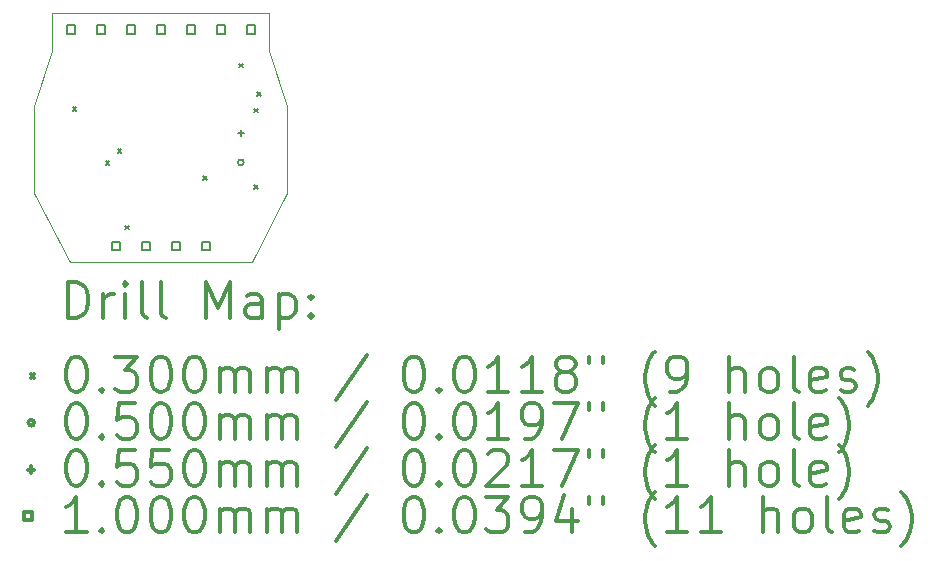
<source format=gbr>
%FSLAX45Y45*%
G04 Gerber Fmt 4.5, Leading zero omitted, Abs format (unit mm)*
G04 Created by KiCad (PCBNEW (5.1.10)-1) date 2021-07-25 13:55:40*
%MOMM*%
%LPD*%
G01*
G04 APERTURE LIST*
%TA.AperFunction,Profile*%
%ADD10C,0.050000*%
%TD*%
%ADD11C,0.200000*%
%ADD12C,0.300000*%
G04 APERTURE END LIST*
D10*
X17010000Y-10850000D02*
X17010000Y-11580000D01*
X17160000Y-10380000D02*
X17010000Y-10850000D01*
X19150000Y-10850000D02*
X19150000Y-11580000D01*
X19000000Y-10380000D02*
X19150000Y-10850000D01*
X17160000Y-10060000D02*
X17160000Y-10380000D01*
X19000000Y-10060000D02*
X19000000Y-10380000D01*
X17310000Y-12170000D02*
X18850000Y-12170000D01*
X17010000Y-11580000D02*
X17310000Y-12170000D01*
X19150000Y-11580000D02*
X18850000Y-12170000D01*
X17160000Y-10060000D02*
X19000000Y-10060000D01*
D11*
X17333200Y-10856200D02*
X17363200Y-10886200D01*
X17363200Y-10856200D02*
X17333200Y-10886200D01*
X17612600Y-11313400D02*
X17642600Y-11343400D01*
X17642600Y-11313400D02*
X17612600Y-11343400D01*
X17714200Y-11211800D02*
X17744200Y-11241800D01*
X17744200Y-11211800D02*
X17714200Y-11241800D01*
X17777700Y-11859500D02*
X17807700Y-11889500D01*
X17807700Y-11859500D02*
X17777700Y-11889500D01*
X18438100Y-11440400D02*
X18468100Y-11470400D01*
X18468100Y-11440400D02*
X18438100Y-11470400D01*
X18742900Y-10487900D02*
X18772900Y-10517900D01*
X18772900Y-10487900D02*
X18742900Y-10517900D01*
X18869900Y-10868900D02*
X18899900Y-10898900D01*
X18899900Y-10868900D02*
X18869900Y-10898900D01*
X18869900Y-11516600D02*
X18899900Y-11546600D01*
X18899900Y-11516600D02*
X18869900Y-11546600D01*
X18895300Y-10729200D02*
X18925300Y-10759200D01*
X18925300Y-10729200D02*
X18895300Y-10759200D01*
X18782900Y-11324400D02*
G75*
G03*
X18782900Y-11324400I-25000J0D01*
G01*
X18757900Y-11046900D02*
X18757900Y-11101900D01*
X18730400Y-11074400D02*
X18785400Y-11074400D01*
X17353356Y-10233456D02*
X17353356Y-10162744D01*
X17282644Y-10162744D01*
X17282644Y-10233456D01*
X17353356Y-10233456D01*
X17607356Y-10233456D02*
X17607356Y-10162744D01*
X17536644Y-10162744D01*
X17536644Y-10233456D01*
X17607356Y-10233456D01*
X17734356Y-12065356D02*
X17734356Y-11994644D01*
X17663644Y-11994644D01*
X17663644Y-12065356D01*
X17734356Y-12065356D01*
X17861356Y-10233456D02*
X17861356Y-10162744D01*
X17790644Y-10162744D01*
X17790644Y-10233456D01*
X17861356Y-10233456D01*
X17988356Y-12065356D02*
X17988356Y-11994644D01*
X17917644Y-11994644D01*
X17917644Y-12065356D01*
X17988356Y-12065356D01*
X18115356Y-10233456D02*
X18115356Y-10162744D01*
X18044644Y-10162744D01*
X18044644Y-10233456D01*
X18115356Y-10233456D01*
X18242356Y-12065356D02*
X18242356Y-11994644D01*
X18171644Y-11994644D01*
X18171644Y-12065356D01*
X18242356Y-12065356D01*
X18369356Y-10233456D02*
X18369356Y-10162744D01*
X18298644Y-10162744D01*
X18298644Y-10233456D01*
X18369356Y-10233456D01*
X18496356Y-12065356D02*
X18496356Y-11994644D01*
X18425644Y-11994644D01*
X18425644Y-12065356D01*
X18496356Y-12065356D01*
X18623356Y-10233456D02*
X18623356Y-10162744D01*
X18552644Y-10162744D01*
X18552644Y-10233456D01*
X18623356Y-10233456D01*
X18877356Y-10233456D02*
X18877356Y-10162744D01*
X18806644Y-10162744D01*
X18806644Y-10233456D01*
X18877356Y-10233456D01*
D12*
X17293928Y-12638214D02*
X17293928Y-12338214D01*
X17365357Y-12338214D01*
X17408214Y-12352500D01*
X17436786Y-12381071D01*
X17451071Y-12409643D01*
X17465357Y-12466786D01*
X17465357Y-12509643D01*
X17451071Y-12566786D01*
X17436786Y-12595357D01*
X17408214Y-12623929D01*
X17365357Y-12638214D01*
X17293928Y-12638214D01*
X17593928Y-12638214D02*
X17593928Y-12438214D01*
X17593928Y-12495357D02*
X17608214Y-12466786D01*
X17622500Y-12452500D01*
X17651071Y-12438214D01*
X17679643Y-12438214D01*
X17779643Y-12638214D02*
X17779643Y-12438214D01*
X17779643Y-12338214D02*
X17765357Y-12352500D01*
X17779643Y-12366786D01*
X17793928Y-12352500D01*
X17779643Y-12338214D01*
X17779643Y-12366786D01*
X17965357Y-12638214D02*
X17936786Y-12623929D01*
X17922500Y-12595357D01*
X17922500Y-12338214D01*
X18122500Y-12638214D02*
X18093928Y-12623929D01*
X18079643Y-12595357D01*
X18079643Y-12338214D01*
X18465357Y-12638214D02*
X18465357Y-12338214D01*
X18565357Y-12552500D01*
X18665357Y-12338214D01*
X18665357Y-12638214D01*
X18936786Y-12638214D02*
X18936786Y-12481071D01*
X18922500Y-12452500D01*
X18893928Y-12438214D01*
X18836786Y-12438214D01*
X18808214Y-12452500D01*
X18936786Y-12623929D02*
X18908214Y-12638214D01*
X18836786Y-12638214D01*
X18808214Y-12623929D01*
X18793928Y-12595357D01*
X18793928Y-12566786D01*
X18808214Y-12538214D01*
X18836786Y-12523929D01*
X18908214Y-12523929D01*
X18936786Y-12509643D01*
X19079643Y-12438214D02*
X19079643Y-12738214D01*
X19079643Y-12452500D02*
X19108214Y-12438214D01*
X19165357Y-12438214D01*
X19193928Y-12452500D01*
X19208214Y-12466786D01*
X19222500Y-12495357D01*
X19222500Y-12581071D01*
X19208214Y-12609643D01*
X19193928Y-12623929D01*
X19165357Y-12638214D01*
X19108214Y-12638214D01*
X19079643Y-12623929D01*
X19351071Y-12609643D02*
X19365357Y-12623929D01*
X19351071Y-12638214D01*
X19336786Y-12623929D01*
X19351071Y-12609643D01*
X19351071Y-12638214D01*
X19351071Y-12452500D02*
X19365357Y-12466786D01*
X19351071Y-12481071D01*
X19336786Y-12466786D01*
X19351071Y-12452500D01*
X19351071Y-12481071D01*
X16977500Y-13117500D02*
X17007500Y-13147500D01*
X17007500Y-13117500D02*
X16977500Y-13147500D01*
X17351071Y-12968214D02*
X17379643Y-12968214D01*
X17408214Y-12982500D01*
X17422500Y-12996786D01*
X17436786Y-13025357D01*
X17451071Y-13082500D01*
X17451071Y-13153929D01*
X17436786Y-13211071D01*
X17422500Y-13239643D01*
X17408214Y-13253929D01*
X17379643Y-13268214D01*
X17351071Y-13268214D01*
X17322500Y-13253929D01*
X17308214Y-13239643D01*
X17293928Y-13211071D01*
X17279643Y-13153929D01*
X17279643Y-13082500D01*
X17293928Y-13025357D01*
X17308214Y-12996786D01*
X17322500Y-12982500D01*
X17351071Y-12968214D01*
X17579643Y-13239643D02*
X17593928Y-13253929D01*
X17579643Y-13268214D01*
X17565357Y-13253929D01*
X17579643Y-13239643D01*
X17579643Y-13268214D01*
X17693928Y-12968214D02*
X17879643Y-12968214D01*
X17779643Y-13082500D01*
X17822500Y-13082500D01*
X17851071Y-13096786D01*
X17865357Y-13111071D01*
X17879643Y-13139643D01*
X17879643Y-13211071D01*
X17865357Y-13239643D01*
X17851071Y-13253929D01*
X17822500Y-13268214D01*
X17736786Y-13268214D01*
X17708214Y-13253929D01*
X17693928Y-13239643D01*
X18065357Y-12968214D02*
X18093928Y-12968214D01*
X18122500Y-12982500D01*
X18136786Y-12996786D01*
X18151071Y-13025357D01*
X18165357Y-13082500D01*
X18165357Y-13153929D01*
X18151071Y-13211071D01*
X18136786Y-13239643D01*
X18122500Y-13253929D01*
X18093928Y-13268214D01*
X18065357Y-13268214D01*
X18036786Y-13253929D01*
X18022500Y-13239643D01*
X18008214Y-13211071D01*
X17993928Y-13153929D01*
X17993928Y-13082500D01*
X18008214Y-13025357D01*
X18022500Y-12996786D01*
X18036786Y-12982500D01*
X18065357Y-12968214D01*
X18351071Y-12968214D02*
X18379643Y-12968214D01*
X18408214Y-12982500D01*
X18422500Y-12996786D01*
X18436786Y-13025357D01*
X18451071Y-13082500D01*
X18451071Y-13153929D01*
X18436786Y-13211071D01*
X18422500Y-13239643D01*
X18408214Y-13253929D01*
X18379643Y-13268214D01*
X18351071Y-13268214D01*
X18322500Y-13253929D01*
X18308214Y-13239643D01*
X18293928Y-13211071D01*
X18279643Y-13153929D01*
X18279643Y-13082500D01*
X18293928Y-13025357D01*
X18308214Y-12996786D01*
X18322500Y-12982500D01*
X18351071Y-12968214D01*
X18579643Y-13268214D02*
X18579643Y-13068214D01*
X18579643Y-13096786D02*
X18593928Y-13082500D01*
X18622500Y-13068214D01*
X18665357Y-13068214D01*
X18693928Y-13082500D01*
X18708214Y-13111071D01*
X18708214Y-13268214D01*
X18708214Y-13111071D02*
X18722500Y-13082500D01*
X18751071Y-13068214D01*
X18793928Y-13068214D01*
X18822500Y-13082500D01*
X18836786Y-13111071D01*
X18836786Y-13268214D01*
X18979643Y-13268214D02*
X18979643Y-13068214D01*
X18979643Y-13096786D02*
X18993928Y-13082500D01*
X19022500Y-13068214D01*
X19065357Y-13068214D01*
X19093928Y-13082500D01*
X19108214Y-13111071D01*
X19108214Y-13268214D01*
X19108214Y-13111071D02*
X19122500Y-13082500D01*
X19151071Y-13068214D01*
X19193928Y-13068214D01*
X19222500Y-13082500D01*
X19236786Y-13111071D01*
X19236786Y-13268214D01*
X19822500Y-12953929D02*
X19565357Y-13339643D01*
X20208214Y-12968214D02*
X20236786Y-12968214D01*
X20265357Y-12982500D01*
X20279643Y-12996786D01*
X20293928Y-13025357D01*
X20308214Y-13082500D01*
X20308214Y-13153929D01*
X20293928Y-13211071D01*
X20279643Y-13239643D01*
X20265357Y-13253929D01*
X20236786Y-13268214D01*
X20208214Y-13268214D01*
X20179643Y-13253929D01*
X20165357Y-13239643D01*
X20151071Y-13211071D01*
X20136786Y-13153929D01*
X20136786Y-13082500D01*
X20151071Y-13025357D01*
X20165357Y-12996786D01*
X20179643Y-12982500D01*
X20208214Y-12968214D01*
X20436786Y-13239643D02*
X20451071Y-13253929D01*
X20436786Y-13268214D01*
X20422500Y-13253929D01*
X20436786Y-13239643D01*
X20436786Y-13268214D01*
X20636786Y-12968214D02*
X20665357Y-12968214D01*
X20693928Y-12982500D01*
X20708214Y-12996786D01*
X20722500Y-13025357D01*
X20736786Y-13082500D01*
X20736786Y-13153929D01*
X20722500Y-13211071D01*
X20708214Y-13239643D01*
X20693928Y-13253929D01*
X20665357Y-13268214D01*
X20636786Y-13268214D01*
X20608214Y-13253929D01*
X20593928Y-13239643D01*
X20579643Y-13211071D01*
X20565357Y-13153929D01*
X20565357Y-13082500D01*
X20579643Y-13025357D01*
X20593928Y-12996786D01*
X20608214Y-12982500D01*
X20636786Y-12968214D01*
X21022500Y-13268214D02*
X20851071Y-13268214D01*
X20936786Y-13268214D02*
X20936786Y-12968214D01*
X20908214Y-13011071D01*
X20879643Y-13039643D01*
X20851071Y-13053929D01*
X21308214Y-13268214D02*
X21136786Y-13268214D01*
X21222500Y-13268214D02*
X21222500Y-12968214D01*
X21193928Y-13011071D01*
X21165357Y-13039643D01*
X21136786Y-13053929D01*
X21479643Y-13096786D02*
X21451071Y-13082500D01*
X21436786Y-13068214D01*
X21422500Y-13039643D01*
X21422500Y-13025357D01*
X21436786Y-12996786D01*
X21451071Y-12982500D01*
X21479643Y-12968214D01*
X21536786Y-12968214D01*
X21565357Y-12982500D01*
X21579643Y-12996786D01*
X21593928Y-13025357D01*
X21593928Y-13039643D01*
X21579643Y-13068214D01*
X21565357Y-13082500D01*
X21536786Y-13096786D01*
X21479643Y-13096786D01*
X21451071Y-13111071D01*
X21436786Y-13125357D01*
X21422500Y-13153929D01*
X21422500Y-13211071D01*
X21436786Y-13239643D01*
X21451071Y-13253929D01*
X21479643Y-13268214D01*
X21536786Y-13268214D01*
X21565357Y-13253929D01*
X21579643Y-13239643D01*
X21593928Y-13211071D01*
X21593928Y-13153929D01*
X21579643Y-13125357D01*
X21565357Y-13111071D01*
X21536786Y-13096786D01*
X21708214Y-12968214D02*
X21708214Y-13025357D01*
X21822500Y-12968214D02*
X21822500Y-13025357D01*
X22265357Y-13382500D02*
X22251071Y-13368214D01*
X22222500Y-13325357D01*
X22208214Y-13296786D01*
X22193928Y-13253929D01*
X22179643Y-13182500D01*
X22179643Y-13125357D01*
X22193928Y-13053929D01*
X22208214Y-13011071D01*
X22222500Y-12982500D01*
X22251071Y-12939643D01*
X22265357Y-12925357D01*
X22393928Y-13268214D02*
X22451071Y-13268214D01*
X22479643Y-13253929D01*
X22493928Y-13239643D01*
X22522500Y-13196786D01*
X22536786Y-13139643D01*
X22536786Y-13025357D01*
X22522500Y-12996786D01*
X22508214Y-12982500D01*
X22479643Y-12968214D01*
X22422500Y-12968214D01*
X22393928Y-12982500D01*
X22379643Y-12996786D01*
X22365357Y-13025357D01*
X22365357Y-13096786D01*
X22379643Y-13125357D01*
X22393928Y-13139643D01*
X22422500Y-13153929D01*
X22479643Y-13153929D01*
X22508214Y-13139643D01*
X22522500Y-13125357D01*
X22536786Y-13096786D01*
X22893928Y-13268214D02*
X22893928Y-12968214D01*
X23022500Y-13268214D02*
X23022500Y-13111071D01*
X23008214Y-13082500D01*
X22979643Y-13068214D01*
X22936786Y-13068214D01*
X22908214Y-13082500D01*
X22893928Y-13096786D01*
X23208214Y-13268214D02*
X23179643Y-13253929D01*
X23165357Y-13239643D01*
X23151071Y-13211071D01*
X23151071Y-13125357D01*
X23165357Y-13096786D01*
X23179643Y-13082500D01*
X23208214Y-13068214D01*
X23251071Y-13068214D01*
X23279643Y-13082500D01*
X23293928Y-13096786D01*
X23308214Y-13125357D01*
X23308214Y-13211071D01*
X23293928Y-13239643D01*
X23279643Y-13253929D01*
X23251071Y-13268214D01*
X23208214Y-13268214D01*
X23479643Y-13268214D02*
X23451071Y-13253929D01*
X23436786Y-13225357D01*
X23436786Y-12968214D01*
X23708214Y-13253929D02*
X23679643Y-13268214D01*
X23622500Y-13268214D01*
X23593928Y-13253929D01*
X23579643Y-13225357D01*
X23579643Y-13111071D01*
X23593928Y-13082500D01*
X23622500Y-13068214D01*
X23679643Y-13068214D01*
X23708214Y-13082500D01*
X23722500Y-13111071D01*
X23722500Y-13139643D01*
X23579643Y-13168214D01*
X23836786Y-13253929D02*
X23865357Y-13268214D01*
X23922500Y-13268214D01*
X23951071Y-13253929D01*
X23965357Y-13225357D01*
X23965357Y-13211071D01*
X23951071Y-13182500D01*
X23922500Y-13168214D01*
X23879643Y-13168214D01*
X23851071Y-13153929D01*
X23836786Y-13125357D01*
X23836786Y-13111071D01*
X23851071Y-13082500D01*
X23879643Y-13068214D01*
X23922500Y-13068214D01*
X23951071Y-13082500D01*
X24065357Y-13382500D02*
X24079643Y-13368214D01*
X24108214Y-13325357D01*
X24122500Y-13296786D01*
X24136786Y-13253929D01*
X24151071Y-13182500D01*
X24151071Y-13125357D01*
X24136786Y-13053929D01*
X24122500Y-13011071D01*
X24108214Y-12982500D01*
X24079643Y-12939643D01*
X24065357Y-12925357D01*
X17007500Y-13528500D02*
G75*
G03*
X17007500Y-13528500I-25000J0D01*
G01*
X17351071Y-13364214D02*
X17379643Y-13364214D01*
X17408214Y-13378500D01*
X17422500Y-13392786D01*
X17436786Y-13421357D01*
X17451071Y-13478500D01*
X17451071Y-13549929D01*
X17436786Y-13607071D01*
X17422500Y-13635643D01*
X17408214Y-13649929D01*
X17379643Y-13664214D01*
X17351071Y-13664214D01*
X17322500Y-13649929D01*
X17308214Y-13635643D01*
X17293928Y-13607071D01*
X17279643Y-13549929D01*
X17279643Y-13478500D01*
X17293928Y-13421357D01*
X17308214Y-13392786D01*
X17322500Y-13378500D01*
X17351071Y-13364214D01*
X17579643Y-13635643D02*
X17593928Y-13649929D01*
X17579643Y-13664214D01*
X17565357Y-13649929D01*
X17579643Y-13635643D01*
X17579643Y-13664214D01*
X17865357Y-13364214D02*
X17722500Y-13364214D01*
X17708214Y-13507071D01*
X17722500Y-13492786D01*
X17751071Y-13478500D01*
X17822500Y-13478500D01*
X17851071Y-13492786D01*
X17865357Y-13507071D01*
X17879643Y-13535643D01*
X17879643Y-13607071D01*
X17865357Y-13635643D01*
X17851071Y-13649929D01*
X17822500Y-13664214D01*
X17751071Y-13664214D01*
X17722500Y-13649929D01*
X17708214Y-13635643D01*
X18065357Y-13364214D02*
X18093928Y-13364214D01*
X18122500Y-13378500D01*
X18136786Y-13392786D01*
X18151071Y-13421357D01*
X18165357Y-13478500D01*
X18165357Y-13549929D01*
X18151071Y-13607071D01*
X18136786Y-13635643D01*
X18122500Y-13649929D01*
X18093928Y-13664214D01*
X18065357Y-13664214D01*
X18036786Y-13649929D01*
X18022500Y-13635643D01*
X18008214Y-13607071D01*
X17993928Y-13549929D01*
X17993928Y-13478500D01*
X18008214Y-13421357D01*
X18022500Y-13392786D01*
X18036786Y-13378500D01*
X18065357Y-13364214D01*
X18351071Y-13364214D02*
X18379643Y-13364214D01*
X18408214Y-13378500D01*
X18422500Y-13392786D01*
X18436786Y-13421357D01*
X18451071Y-13478500D01*
X18451071Y-13549929D01*
X18436786Y-13607071D01*
X18422500Y-13635643D01*
X18408214Y-13649929D01*
X18379643Y-13664214D01*
X18351071Y-13664214D01*
X18322500Y-13649929D01*
X18308214Y-13635643D01*
X18293928Y-13607071D01*
X18279643Y-13549929D01*
X18279643Y-13478500D01*
X18293928Y-13421357D01*
X18308214Y-13392786D01*
X18322500Y-13378500D01*
X18351071Y-13364214D01*
X18579643Y-13664214D02*
X18579643Y-13464214D01*
X18579643Y-13492786D02*
X18593928Y-13478500D01*
X18622500Y-13464214D01*
X18665357Y-13464214D01*
X18693928Y-13478500D01*
X18708214Y-13507071D01*
X18708214Y-13664214D01*
X18708214Y-13507071D02*
X18722500Y-13478500D01*
X18751071Y-13464214D01*
X18793928Y-13464214D01*
X18822500Y-13478500D01*
X18836786Y-13507071D01*
X18836786Y-13664214D01*
X18979643Y-13664214D02*
X18979643Y-13464214D01*
X18979643Y-13492786D02*
X18993928Y-13478500D01*
X19022500Y-13464214D01*
X19065357Y-13464214D01*
X19093928Y-13478500D01*
X19108214Y-13507071D01*
X19108214Y-13664214D01*
X19108214Y-13507071D02*
X19122500Y-13478500D01*
X19151071Y-13464214D01*
X19193928Y-13464214D01*
X19222500Y-13478500D01*
X19236786Y-13507071D01*
X19236786Y-13664214D01*
X19822500Y-13349929D02*
X19565357Y-13735643D01*
X20208214Y-13364214D02*
X20236786Y-13364214D01*
X20265357Y-13378500D01*
X20279643Y-13392786D01*
X20293928Y-13421357D01*
X20308214Y-13478500D01*
X20308214Y-13549929D01*
X20293928Y-13607071D01*
X20279643Y-13635643D01*
X20265357Y-13649929D01*
X20236786Y-13664214D01*
X20208214Y-13664214D01*
X20179643Y-13649929D01*
X20165357Y-13635643D01*
X20151071Y-13607071D01*
X20136786Y-13549929D01*
X20136786Y-13478500D01*
X20151071Y-13421357D01*
X20165357Y-13392786D01*
X20179643Y-13378500D01*
X20208214Y-13364214D01*
X20436786Y-13635643D02*
X20451071Y-13649929D01*
X20436786Y-13664214D01*
X20422500Y-13649929D01*
X20436786Y-13635643D01*
X20436786Y-13664214D01*
X20636786Y-13364214D02*
X20665357Y-13364214D01*
X20693928Y-13378500D01*
X20708214Y-13392786D01*
X20722500Y-13421357D01*
X20736786Y-13478500D01*
X20736786Y-13549929D01*
X20722500Y-13607071D01*
X20708214Y-13635643D01*
X20693928Y-13649929D01*
X20665357Y-13664214D01*
X20636786Y-13664214D01*
X20608214Y-13649929D01*
X20593928Y-13635643D01*
X20579643Y-13607071D01*
X20565357Y-13549929D01*
X20565357Y-13478500D01*
X20579643Y-13421357D01*
X20593928Y-13392786D01*
X20608214Y-13378500D01*
X20636786Y-13364214D01*
X21022500Y-13664214D02*
X20851071Y-13664214D01*
X20936786Y-13664214D02*
X20936786Y-13364214D01*
X20908214Y-13407071D01*
X20879643Y-13435643D01*
X20851071Y-13449929D01*
X21165357Y-13664214D02*
X21222500Y-13664214D01*
X21251071Y-13649929D01*
X21265357Y-13635643D01*
X21293928Y-13592786D01*
X21308214Y-13535643D01*
X21308214Y-13421357D01*
X21293928Y-13392786D01*
X21279643Y-13378500D01*
X21251071Y-13364214D01*
X21193928Y-13364214D01*
X21165357Y-13378500D01*
X21151071Y-13392786D01*
X21136786Y-13421357D01*
X21136786Y-13492786D01*
X21151071Y-13521357D01*
X21165357Y-13535643D01*
X21193928Y-13549929D01*
X21251071Y-13549929D01*
X21279643Y-13535643D01*
X21293928Y-13521357D01*
X21308214Y-13492786D01*
X21408214Y-13364214D02*
X21608214Y-13364214D01*
X21479643Y-13664214D01*
X21708214Y-13364214D02*
X21708214Y-13421357D01*
X21822500Y-13364214D02*
X21822500Y-13421357D01*
X22265357Y-13778500D02*
X22251071Y-13764214D01*
X22222500Y-13721357D01*
X22208214Y-13692786D01*
X22193928Y-13649929D01*
X22179643Y-13578500D01*
X22179643Y-13521357D01*
X22193928Y-13449929D01*
X22208214Y-13407071D01*
X22222500Y-13378500D01*
X22251071Y-13335643D01*
X22265357Y-13321357D01*
X22536786Y-13664214D02*
X22365357Y-13664214D01*
X22451071Y-13664214D02*
X22451071Y-13364214D01*
X22422500Y-13407071D01*
X22393928Y-13435643D01*
X22365357Y-13449929D01*
X22893928Y-13664214D02*
X22893928Y-13364214D01*
X23022500Y-13664214D02*
X23022500Y-13507071D01*
X23008214Y-13478500D01*
X22979643Y-13464214D01*
X22936786Y-13464214D01*
X22908214Y-13478500D01*
X22893928Y-13492786D01*
X23208214Y-13664214D02*
X23179643Y-13649929D01*
X23165357Y-13635643D01*
X23151071Y-13607071D01*
X23151071Y-13521357D01*
X23165357Y-13492786D01*
X23179643Y-13478500D01*
X23208214Y-13464214D01*
X23251071Y-13464214D01*
X23279643Y-13478500D01*
X23293928Y-13492786D01*
X23308214Y-13521357D01*
X23308214Y-13607071D01*
X23293928Y-13635643D01*
X23279643Y-13649929D01*
X23251071Y-13664214D01*
X23208214Y-13664214D01*
X23479643Y-13664214D02*
X23451071Y-13649929D01*
X23436786Y-13621357D01*
X23436786Y-13364214D01*
X23708214Y-13649929D02*
X23679643Y-13664214D01*
X23622500Y-13664214D01*
X23593928Y-13649929D01*
X23579643Y-13621357D01*
X23579643Y-13507071D01*
X23593928Y-13478500D01*
X23622500Y-13464214D01*
X23679643Y-13464214D01*
X23708214Y-13478500D01*
X23722500Y-13507071D01*
X23722500Y-13535643D01*
X23579643Y-13564214D01*
X23822500Y-13778500D02*
X23836786Y-13764214D01*
X23865357Y-13721357D01*
X23879643Y-13692786D01*
X23893928Y-13649929D01*
X23908214Y-13578500D01*
X23908214Y-13521357D01*
X23893928Y-13449929D01*
X23879643Y-13407071D01*
X23865357Y-13378500D01*
X23836786Y-13335643D01*
X23822500Y-13321357D01*
X16980000Y-13897000D02*
X16980000Y-13952000D01*
X16952500Y-13924500D02*
X17007500Y-13924500D01*
X17351071Y-13760214D02*
X17379643Y-13760214D01*
X17408214Y-13774500D01*
X17422500Y-13788786D01*
X17436786Y-13817357D01*
X17451071Y-13874500D01*
X17451071Y-13945929D01*
X17436786Y-14003071D01*
X17422500Y-14031643D01*
X17408214Y-14045929D01*
X17379643Y-14060214D01*
X17351071Y-14060214D01*
X17322500Y-14045929D01*
X17308214Y-14031643D01*
X17293928Y-14003071D01*
X17279643Y-13945929D01*
X17279643Y-13874500D01*
X17293928Y-13817357D01*
X17308214Y-13788786D01*
X17322500Y-13774500D01*
X17351071Y-13760214D01*
X17579643Y-14031643D02*
X17593928Y-14045929D01*
X17579643Y-14060214D01*
X17565357Y-14045929D01*
X17579643Y-14031643D01*
X17579643Y-14060214D01*
X17865357Y-13760214D02*
X17722500Y-13760214D01*
X17708214Y-13903071D01*
X17722500Y-13888786D01*
X17751071Y-13874500D01*
X17822500Y-13874500D01*
X17851071Y-13888786D01*
X17865357Y-13903071D01*
X17879643Y-13931643D01*
X17879643Y-14003071D01*
X17865357Y-14031643D01*
X17851071Y-14045929D01*
X17822500Y-14060214D01*
X17751071Y-14060214D01*
X17722500Y-14045929D01*
X17708214Y-14031643D01*
X18151071Y-13760214D02*
X18008214Y-13760214D01*
X17993928Y-13903071D01*
X18008214Y-13888786D01*
X18036786Y-13874500D01*
X18108214Y-13874500D01*
X18136786Y-13888786D01*
X18151071Y-13903071D01*
X18165357Y-13931643D01*
X18165357Y-14003071D01*
X18151071Y-14031643D01*
X18136786Y-14045929D01*
X18108214Y-14060214D01*
X18036786Y-14060214D01*
X18008214Y-14045929D01*
X17993928Y-14031643D01*
X18351071Y-13760214D02*
X18379643Y-13760214D01*
X18408214Y-13774500D01*
X18422500Y-13788786D01*
X18436786Y-13817357D01*
X18451071Y-13874500D01*
X18451071Y-13945929D01*
X18436786Y-14003071D01*
X18422500Y-14031643D01*
X18408214Y-14045929D01*
X18379643Y-14060214D01*
X18351071Y-14060214D01*
X18322500Y-14045929D01*
X18308214Y-14031643D01*
X18293928Y-14003071D01*
X18279643Y-13945929D01*
X18279643Y-13874500D01*
X18293928Y-13817357D01*
X18308214Y-13788786D01*
X18322500Y-13774500D01*
X18351071Y-13760214D01*
X18579643Y-14060214D02*
X18579643Y-13860214D01*
X18579643Y-13888786D02*
X18593928Y-13874500D01*
X18622500Y-13860214D01*
X18665357Y-13860214D01*
X18693928Y-13874500D01*
X18708214Y-13903071D01*
X18708214Y-14060214D01*
X18708214Y-13903071D02*
X18722500Y-13874500D01*
X18751071Y-13860214D01*
X18793928Y-13860214D01*
X18822500Y-13874500D01*
X18836786Y-13903071D01*
X18836786Y-14060214D01*
X18979643Y-14060214D02*
X18979643Y-13860214D01*
X18979643Y-13888786D02*
X18993928Y-13874500D01*
X19022500Y-13860214D01*
X19065357Y-13860214D01*
X19093928Y-13874500D01*
X19108214Y-13903071D01*
X19108214Y-14060214D01*
X19108214Y-13903071D02*
X19122500Y-13874500D01*
X19151071Y-13860214D01*
X19193928Y-13860214D01*
X19222500Y-13874500D01*
X19236786Y-13903071D01*
X19236786Y-14060214D01*
X19822500Y-13745929D02*
X19565357Y-14131643D01*
X20208214Y-13760214D02*
X20236786Y-13760214D01*
X20265357Y-13774500D01*
X20279643Y-13788786D01*
X20293928Y-13817357D01*
X20308214Y-13874500D01*
X20308214Y-13945929D01*
X20293928Y-14003071D01*
X20279643Y-14031643D01*
X20265357Y-14045929D01*
X20236786Y-14060214D01*
X20208214Y-14060214D01*
X20179643Y-14045929D01*
X20165357Y-14031643D01*
X20151071Y-14003071D01*
X20136786Y-13945929D01*
X20136786Y-13874500D01*
X20151071Y-13817357D01*
X20165357Y-13788786D01*
X20179643Y-13774500D01*
X20208214Y-13760214D01*
X20436786Y-14031643D02*
X20451071Y-14045929D01*
X20436786Y-14060214D01*
X20422500Y-14045929D01*
X20436786Y-14031643D01*
X20436786Y-14060214D01*
X20636786Y-13760214D02*
X20665357Y-13760214D01*
X20693928Y-13774500D01*
X20708214Y-13788786D01*
X20722500Y-13817357D01*
X20736786Y-13874500D01*
X20736786Y-13945929D01*
X20722500Y-14003071D01*
X20708214Y-14031643D01*
X20693928Y-14045929D01*
X20665357Y-14060214D01*
X20636786Y-14060214D01*
X20608214Y-14045929D01*
X20593928Y-14031643D01*
X20579643Y-14003071D01*
X20565357Y-13945929D01*
X20565357Y-13874500D01*
X20579643Y-13817357D01*
X20593928Y-13788786D01*
X20608214Y-13774500D01*
X20636786Y-13760214D01*
X20851071Y-13788786D02*
X20865357Y-13774500D01*
X20893928Y-13760214D01*
X20965357Y-13760214D01*
X20993928Y-13774500D01*
X21008214Y-13788786D01*
X21022500Y-13817357D01*
X21022500Y-13845929D01*
X21008214Y-13888786D01*
X20836786Y-14060214D01*
X21022500Y-14060214D01*
X21308214Y-14060214D02*
X21136786Y-14060214D01*
X21222500Y-14060214D02*
X21222500Y-13760214D01*
X21193928Y-13803071D01*
X21165357Y-13831643D01*
X21136786Y-13845929D01*
X21408214Y-13760214D02*
X21608214Y-13760214D01*
X21479643Y-14060214D01*
X21708214Y-13760214D02*
X21708214Y-13817357D01*
X21822500Y-13760214D02*
X21822500Y-13817357D01*
X22265357Y-14174500D02*
X22251071Y-14160214D01*
X22222500Y-14117357D01*
X22208214Y-14088786D01*
X22193928Y-14045929D01*
X22179643Y-13974500D01*
X22179643Y-13917357D01*
X22193928Y-13845929D01*
X22208214Y-13803071D01*
X22222500Y-13774500D01*
X22251071Y-13731643D01*
X22265357Y-13717357D01*
X22536786Y-14060214D02*
X22365357Y-14060214D01*
X22451071Y-14060214D02*
X22451071Y-13760214D01*
X22422500Y-13803071D01*
X22393928Y-13831643D01*
X22365357Y-13845929D01*
X22893928Y-14060214D02*
X22893928Y-13760214D01*
X23022500Y-14060214D02*
X23022500Y-13903071D01*
X23008214Y-13874500D01*
X22979643Y-13860214D01*
X22936786Y-13860214D01*
X22908214Y-13874500D01*
X22893928Y-13888786D01*
X23208214Y-14060214D02*
X23179643Y-14045929D01*
X23165357Y-14031643D01*
X23151071Y-14003071D01*
X23151071Y-13917357D01*
X23165357Y-13888786D01*
X23179643Y-13874500D01*
X23208214Y-13860214D01*
X23251071Y-13860214D01*
X23279643Y-13874500D01*
X23293928Y-13888786D01*
X23308214Y-13917357D01*
X23308214Y-14003071D01*
X23293928Y-14031643D01*
X23279643Y-14045929D01*
X23251071Y-14060214D01*
X23208214Y-14060214D01*
X23479643Y-14060214D02*
X23451071Y-14045929D01*
X23436786Y-14017357D01*
X23436786Y-13760214D01*
X23708214Y-14045929D02*
X23679643Y-14060214D01*
X23622500Y-14060214D01*
X23593928Y-14045929D01*
X23579643Y-14017357D01*
X23579643Y-13903071D01*
X23593928Y-13874500D01*
X23622500Y-13860214D01*
X23679643Y-13860214D01*
X23708214Y-13874500D01*
X23722500Y-13903071D01*
X23722500Y-13931643D01*
X23579643Y-13960214D01*
X23822500Y-14174500D02*
X23836786Y-14160214D01*
X23865357Y-14117357D01*
X23879643Y-14088786D01*
X23893928Y-14045929D01*
X23908214Y-13974500D01*
X23908214Y-13917357D01*
X23893928Y-13845929D01*
X23879643Y-13803071D01*
X23865357Y-13774500D01*
X23836786Y-13731643D01*
X23822500Y-13717357D01*
X16992856Y-14355856D02*
X16992856Y-14285144D01*
X16922144Y-14285144D01*
X16922144Y-14355856D01*
X16992856Y-14355856D01*
X17451071Y-14456214D02*
X17279643Y-14456214D01*
X17365357Y-14456214D02*
X17365357Y-14156214D01*
X17336786Y-14199071D01*
X17308214Y-14227643D01*
X17279643Y-14241929D01*
X17579643Y-14427643D02*
X17593928Y-14441929D01*
X17579643Y-14456214D01*
X17565357Y-14441929D01*
X17579643Y-14427643D01*
X17579643Y-14456214D01*
X17779643Y-14156214D02*
X17808214Y-14156214D01*
X17836786Y-14170500D01*
X17851071Y-14184786D01*
X17865357Y-14213357D01*
X17879643Y-14270500D01*
X17879643Y-14341929D01*
X17865357Y-14399071D01*
X17851071Y-14427643D01*
X17836786Y-14441929D01*
X17808214Y-14456214D01*
X17779643Y-14456214D01*
X17751071Y-14441929D01*
X17736786Y-14427643D01*
X17722500Y-14399071D01*
X17708214Y-14341929D01*
X17708214Y-14270500D01*
X17722500Y-14213357D01*
X17736786Y-14184786D01*
X17751071Y-14170500D01*
X17779643Y-14156214D01*
X18065357Y-14156214D02*
X18093928Y-14156214D01*
X18122500Y-14170500D01*
X18136786Y-14184786D01*
X18151071Y-14213357D01*
X18165357Y-14270500D01*
X18165357Y-14341929D01*
X18151071Y-14399071D01*
X18136786Y-14427643D01*
X18122500Y-14441929D01*
X18093928Y-14456214D01*
X18065357Y-14456214D01*
X18036786Y-14441929D01*
X18022500Y-14427643D01*
X18008214Y-14399071D01*
X17993928Y-14341929D01*
X17993928Y-14270500D01*
X18008214Y-14213357D01*
X18022500Y-14184786D01*
X18036786Y-14170500D01*
X18065357Y-14156214D01*
X18351071Y-14156214D02*
X18379643Y-14156214D01*
X18408214Y-14170500D01*
X18422500Y-14184786D01*
X18436786Y-14213357D01*
X18451071Y-14270500D01*
X18451071Y-14341929D01*
X18436786Y-14399071D01*
X18422500Y-14427643D01*
X18408214Y-14441929D01*
X18379643Y-14456214D01*
X18351071Y-14456214D01*
X18322500Y-14441929D01*
X18308214Y-14427643D01*
X18293928Y-14399071D01*
X18279643Y-14341929D01*
X18279643Y-14270500D01*
X18293928Y-14213357D01*
X18308214Y-14184786D01*
X18322500Y-14170500D01*
X18351071Y-14156214D01*
X18579643Y-14456214D02*
X18579643Y-14256214D01*
X18579643Y-14284786D02*
X18593928Y-14270500D01*
X18622500Y-14256214D01*
X18665357Y-14256214D01*
X18693928Y-14270500D01*
X18708214Y-14299071D01*
X18708214Y-14456214D01*
X18708214Y-14299071D02*
X18722500Y-14270500D01*
X18751071Y-14256214D01*
X18793928Y-14256214D01*
X18822500Y-14270500D01*
X18836786Y-14299071D01*
X18836786Y-14456214D01*
X18979643Y-14456214D02*
X18979643Y-14256214D01*
X18979643Y-14284786D02*
X18993928Y-14270500D01*
X19022500Y-14256214D01*
X19065357Y-14256214D01*
X19093928Y-14270500D01*
X19108214Y-14299071D01*
X19108214Y-14456214D01*
X19108214Y-14299071D02*
X19122500Y-14270500D01*
X19151071Y-14256214D01*
X19193928Y-14256214D01*
X19222500Y-14270500D01*
X19236786Y-14299071D01*
X19236786Y-14456214D01*
X19822500Y-14141929D02*
X19565357Y-14527643D01*
X20208214Y-14156214D02*
X20236786Y-14156214D01*
X20265357Y-14170500D01*
X20279643Y-14184786D01*
X20293928Y-14213357D01*
X20308214Y-14270500D01*
X20308214Y-14341929D01*
X20293928Y-14399071D01*
X20279643Y-14427643D01*
X20265357Y-14441929D01*
X20236786Y-14456214D01*
X20208214Y-14456214D01*
X20179643Y-14441929D01*
X20165357Y-14427643D01*
X20151071Y-14399071D01*
X20136786Y-14341929D01*
X20136786Y-14270500D01*
X20151071Y-14213357D01*
X20165357Y-14184786D01*
X20179643Y-14170500D01*
X20208214Y-14156214D01*
X20436786Y-14427643D02*
X20451071Y-14441929D01*
X20436786Y-14456214D01*
X20422500Y-14441929D01*
X20436786Y-14427643D01*
X20436786Y-14456214D01*
X20636786Y-14156214D02*
X20665357Y-14156214D01*
X20693928Y-14170500D01*
X20708214Y-14184786D01*
X20722500Y-14213357D01*
X20736786Y-14270500D01*
X20736786Y-14341929D01*
X20722500Y-14399071D01*
X20708214Y-14427643D01*
X20693928Y-14441929D01*
X20665357Y-14456214D01*
X20636786Y-14456214D01*
X20608214Y-14441929D01*
X20593928Y-14427643D01*
X20579643Y-14399071D01*
X20565357Y-14341929D01*
X20565357Y-14270500D01*
X20579643Y-14213357D01*
X20593928Y-14184786D01*
X20608214Y-14170500D01*
X20636786Y-14156214D01*
X20836786Y-14156214D02*
X21022500Y-14156214D01*
X20922500Y-14270500D01*
X20965357Y-14270500D01*
X20993928Y-14284786D01*
X21008214Y-14299071D01*
X21022500Y-14327643D01*
X21022500Y-14399071D01*
X21008214Y-14427643D01*
X20993928Y-14441929D01*
X20965357Y-14456214D01*
X20879643Y-14456214D01*
X20851071Y-14441929D01*
X20836786Y-14427643D01*
X21165357Y-14456214D02*
X21222500Y-14456214D01*
X21251071Y-14441929D01*
X21265357Y-14427643D01*
X21293928Y-14384786D01*
X21308214Y-14327643D01*
X21308214Y-14213357D01*
X21293928Y-14184786D01*
X21279643Y-14170500D01*
X21251071Y-14156214D01*
X21193928Y-14156214D01*
X21165357Y-14170500D01*
X21151071Y-14184786D01*
X21136786Y-14213357D01*
X21136786Y-14284786D01*
X21151071Y-14313357D01*
X21165357Y-14327643D01*
X21193928Y-14341929D01*
X21251071Y-14341929D01*
X21279643Y-14327643D01*
X21293928Y-14313357D01*
X21308214Y-14284786D01*
X21565357Y-14256214D02*
X21565357Y-14456214D01*
X21493928Y-14141929D02*
X21422500Y-14356214D01*
X21608214Y-14356214D01*
X21708214Y-14156214D02*
X21708214Y-14213357D01*
X21822500Y-14156214D02*
X21822500Y-14213357D01*
X22265357Y-14570500D02*
X22251071Y-14556214D01*
X22222500Y-14513357D01*
X22208214Y-14484786D01*
X22193928Y-14441929D01*
X22179643Y-14370500D01*
X22179643Y-14313357D01*
X22193928Y-14241929D01*
X22208214Y-14199071D01*
X22222500Y-14170500D01*
X22251071Y-14127643D01*
X22265357Y-14113357D01*
X22536786Y-14456214D02*
X22365357Y-14456214D01*
X22451071Y-14456214D02*
X22451071Y-14156214D01*
X22422500Y-14199071D01*
X22393928Y-14227643D01*
X22365357Y-14241929D01*
X22822500Y-14456214D02*
X22651071Y-14456214D01*
X22736786Y-14456214D02*
X22736786Y-14156214D01*
X22708214Y-14199071D01*
X22679643Y-14227643D01*
X22651071Y-14241929D01*
X23179643Y-14456214D02*
X23179643Y-14156214D01*
X23308214Y-14456214D02*
X23308214Y-14299071D01*
X23293928Y-14270500D01*
X23265357Y-14256214D01*
X23222500Y-14256214D01*
X23193928Y-14270500D01*
X23179643Y-14284786D01*
X23493928Y-14456214D02*
X23465357Y-14441929D01*
X23451071Y-14427643D01*
X23436786Y-14399071D01*
X23436786Y-14313357D01*
X23451071Y-14284786D01*
X23465357Y-14270500D01*
X23493928Y-14256214D01*
X23536786Y-14256214D01*
X23565357Y-14270500D01*
X23579643Y-14284786D01*
X23593928Y-14313357D01*
X23593928Y-14399071D01*
X23579643Y-14427643D01*
X23565357Y-14441929D01*
X23536786Y-14456214D01*
X23493928Y-14456214D01*
X23765357Y-14456214D02*
X23736786Y-14441929D01*
X23722500Y-14413357D01*
X23722500Y-14156214D01*
X23993928Y-14441929D02*
X23965357Y-14456214D01*
X23908214Y-14456214D01*
X23879643Y-14441929D01*
X23865357Y-14413357D01*
X23865357Y-14299071D01*
X23879643Y-14270500D01*
X23908214Y-14256214D01*
X23965357Y-14256214D01*
X23993928Y-14270500D01*
X24008214Y-14299071D01*
X24008214Y-14327643D01*
X23865357Y-14356214D01*
X24122500Y-14441929D02*
X24151071Y-14456214D01*
X24208214Y-14456214D01*
X24236786Y-14441929D01*
X24251071Y-14413357D01*
X24251071Y-14399071D01*
X24236786Y-14370500D01*
X24208214Y-14356214D01*
X24165357Y-14356214D01*
X24136786Y-14341929D01*
X24122500Y-14313357D01*
X24122500Y-14299071D01*
X24136786Y-14270500D01*
X24165357Y-14256214D01*
X24208214Y-14256214D01*
X24236786Y-14270500D01*
X24351071Y-14570500D02*
X24365357Y-14556214D01*
X24393928Y-14513357D01*
X24408214Y-14484786D01*
X24422500Y-14441929D01*
X24436786Y-14370500D01*
X24436786Y-14313357D01*
X24422500Y-14241929D01*
X24408214Y-14199071D01*
X24393928Y-14170500D01*
X24365357Y-14127643D01*
X24351071Y-14113357D01*
M02*

</source>
